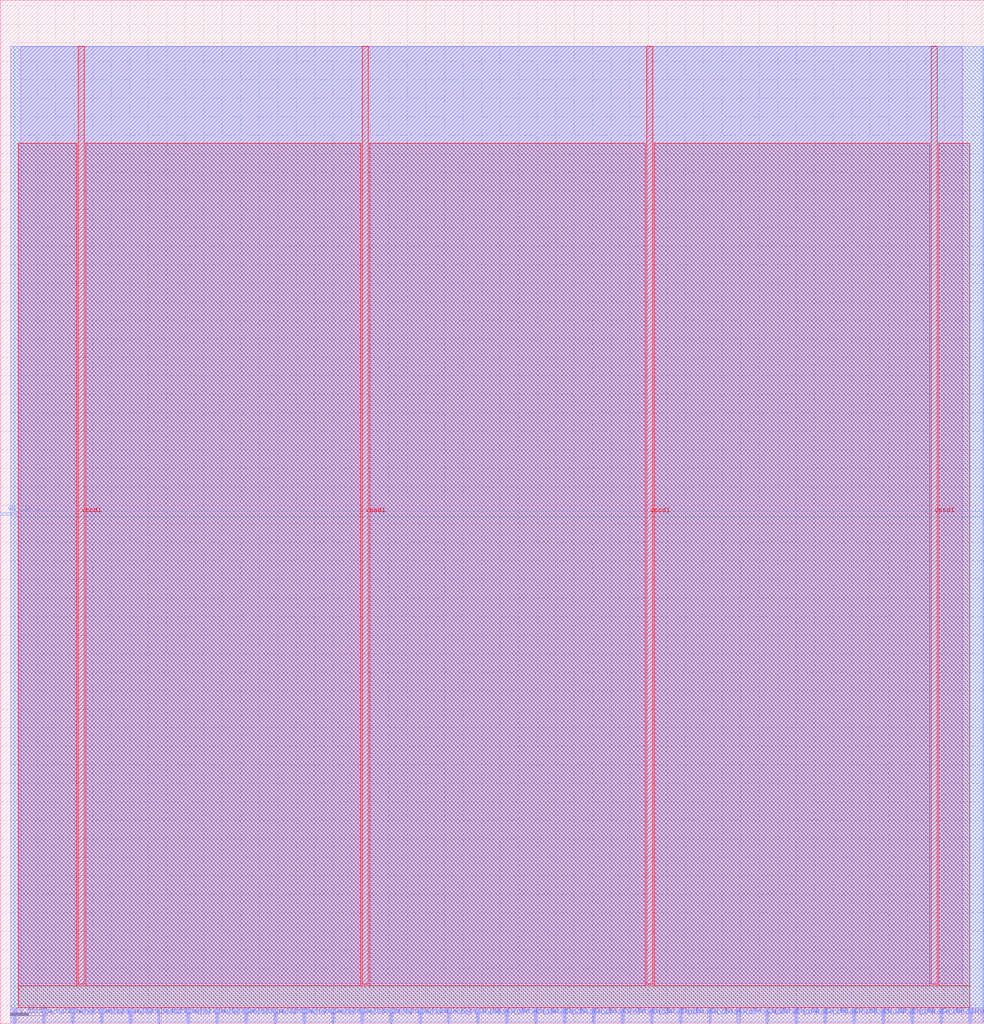
<source format=lef>
VERSION 5.7 ;
  NOWIREEXTENSIONATPIN ON ;
  DIVIDERCHAR "/" ;
  BUSBITCHARS "[]" ;
MACRO egd_top_wrapper
  CLASS BLOCK ;
  FOREIGN egd_top_wrapper ;
  ORIGIN 0.000 0.000 ;
  SIZE 265.795 BY 276.515 ;
  PIN la_data_in_58_43[0]
    DIRECTION INPUT ;
    USE SIGNAL ;
    PORT
      LAYER met2 ;
        RECT 121.070 0.000 121.350 4.000 ;
    END
  END la_data_in_58_43[0]
  PIN la_data_in_58_43[10]
    DIRECTION INPUT ;
    USE SIGNAL ;
    PORT
      LAYER met2 ;
        RECT 199.270 0.000 199.550 4.000 ;
    END
  END la_data_in_58_43[10]
  PIN la_data_in_58_43[11]
    DIRECTION INPUT ;
    USE SIGNAL ;
    PORT
      LAYER met2 ;
        RECT 207.090 0.000 207.370 4.000 ;
    END
  END la_data_in_58_43[11]
  PIN la_data_in_58_43[12]
    DIRECTION INPUT ;
    USE SIGNAL ;
    PORT
      LAYER met2 ;
        RECT 214.910 0.000 215.190 4.000 ;
    END
  END la_data_in_58_43[12]
  PIN la_data_in_58_43[13]
    DIRECTION INPUT ;
    USE SIGNAL ;
    PORT
      LAYER met2 ;
        RECT 222.730 0.000 223.010 4.000 ;
    END
  END la_data_in_58_43[13]
  PIN la_data_in_58_43[14]
    DIRECTION INPUT ;
    USE SIGNAL ;
    PORT
      LAYER met2 ;
        RECT 230.550 0.000 230.830 4.000 ;
    END
  END la_data_in_58_43[14]
  PIN la_data_in_58_43[15]
    DIRECTION INPUT ;
    USE SIGNAL ;
    PORT
      LAYER met2 ;
        RECT 238.370 0.000 238.650 4.000 ;
    END
  END la_data_in_58_43[15]
  PIN la_data_in_58_43[1]
    DIRECTION INPUT ;
    USE SIGNAL ;
    PORT
      LAYER met2 ;
        RECT 128.890 0.000 129.170 4.000 ;
    END
  END la_data_in_58_43[1]
  PIN la_data_in_58_43[2]
    DIRECTION INPUT ;
    USE SIGNAL ;
    PORT
      LAYER met2 ;
        RECT 136.710 0.000 136.990 4.000 ;
    END
  END la_data_in_58_43[2]
  PIN la_data_in_58_43[3]
    DIRECTION INPUT ;
    USE SIGNAL ;
    PORT
      LAYER met2 ;
        RECT 144.530 0.000 144.810 4.000 ;
    END
  END la_data_in_58_43[3]
  PIN la_data_in_58_43[4]
    DIRECTION INPUT ;
    USE SIGNAL ;
    PORT
      LAYER met2 ;
        RECT 152.350 0.000 152.630 4.000 ;
    END
  END la_data_in_58_43[4]
  PIN la_data_in_58_43[5]
    DIRECTION INPUT ;
    USE SIGNAL ;
    PORT
      LAYER met2 ;
        RECT 160.170 0.000 160.450 4.000 ;
    END
  END la_data_in_58_43[5]
  PIN la_data_in_58_43[6]
    DIRECTION INPUT ;
    USE SIGNAL ;
    PORT
      LAYER met2 ;
        RECT 167.990 0.000 168.270 4.000 ;
    END
  END la_data_in_58_43[6]
  PIN la_data_in_58_43[7]
    DIRECTION INPUT ;
    USE SIGNAL ;
    PORT
      LAYER met2 ;
        RECT 175.810 0.000 176.090 4.000 ;
    END
  END la_data_in_58_43[7]
  PIN la_data_in_58_43[8]
    DIRECTION INPUT ;
    USE SIGNAL ;
    PORT
      LAYER met2 ;
        RECT 183.630 0.000 183.910 4.000 ;
    END
  END la_data_in_58_43[8]
  PIN la_data_in_58_43[9]
    DIRECTION INPUT ;
    USE SIGNAL ;
    PORT
      LAYER met2 ;
        RECT 191.450 0.000 191.730 4.000 ;
    END
  END la_data_in_58_43[9]
  PIN la_data_in_60_59[0]
    DIRECTION INPUT ;
    USE SIGNAL ;
    PORT
      LAYER met2 ;
        RECT 246.190 0.000 246.470 4.000 ;
    END
  END la_data_in_60_59[0]
  PIN la_data_in_60_59[1]
    DIRECTION INPUT ;
    USE SIGNAL ;
    PORT
      LAYER met2 ;
        RECT 254.010 0.000 254.290 4.000 ;
    END
  END la_data_in_60_59[1]
  PIN la_data_in_65
    DIRECTION INPUT ;
    USE SIGNAL ;
    PORT
      LAYER met2 ;
        RECT 261.830 0.000 262.110 4.000 ;
    END
  END la_data_in_65
  PIN la_data_out_23_16[0]
    DIRECTION OUTPUT TRISTATE ;
    USE SIGNAL ;
    PORT
      LAYER met2 ;
        RECT 3.770 0.000 4.050 4.000 ;
    END
  END la_data_out_23_16[0]
  PIN la_data_out_23_16[1]
    DIRECTION OUTPUT TRISTATE ;
    USE SIGNAL ;
    PORT
      LAYER met2 ;
        RECT 11.590 0.000 11.870 4.000 ;
    END
  END la_data_out_23_16[1]
  PIN la_data_out_23_16[2]
    DIRECTION OUTPUT TRISTATE ;
    USE SIGNAL ;
    PORT
      LAYER met2 ;
        RECT 19.410 0.000 19.690 4.000 ;
    END
  END la_data_out_23_16[2]
  PIN la_data_out_23_16[3]
    DIRECTION OUTPUT TRISTATE ;
    USE SIGNAL ;
    PORT
      LAYER met2 ;
        RECT 27.230 0.000 27.510 4.000 ;
    END
  END la_data_out_23_16[3]
  PIN la_data_out_23_16[4]
    DIRECTION OUTPUT TRISTATE ;
    USE SIGNAL ;
    PORT
      LAYER met2 ;
        RECT 35.050 0.000 35.330 4.000 ;
    END
  END la_data_out_23_16[4]
  PIN la_data_out_23_16[5]
    DIRECTION OUTPUT TRISTATE ;
    USE SIGNAL ;
    PORT
      LAYER met2 ;
        RECT 42.870 0.000 43.150 4.000 ;
    END
  END la_data_out_23_16[5]
  PIN la_data_out_23_16[6]
    DIRECTION OUTPUT TRISTATE ;
    USE SIGNAL ;
    PORT
      LAYER met2 ;
        RECT 50.690 0.000 50.970 4.000 ;
    END
  END la_data_out_23_16[6]
  PIN la_data_out_23_16[7]
    DIRECTION OUTPUT TRISTATE ;
    USE SIGNAL ;
    PORT
      LAYER met2 ;
        RECT 58.510 0.000 58.790 4.000 ;
    END
  END la_data_out_23_16[7]
  PIN la_data_out_26_24[0]
    DIRECTION OUTPUT TRISTATE ;
    USE SIGNAL ;
    PORT
      LAYER met2 ;
        RECT 66.330 0.000 66.610 4.000 ;
    END
  END la_data_out_26_24[0]
  PIN la_data_out_26_24[1]
    DIRECTION OUTPUT TRISTATE ;
    USE SIGNAL ;
    PORT
      LAYER met2 ;
        RECT 74.150 0.000 74.430 4.000 ;
    END
  END la_data_out_26_24[1]
  PIN la_data_out_26_24[2]
    DIRECTION OUTPUT TRISTATE ;
    USE SIGNAL ;
    PORT
      LAYER met2 ;
        RECT 81.970 0.000 82.250 4.000 ;
    END
  END la_data_out_26_24[2]
  PIN la_data_out_30_27[0]
    DIRECTION OUTPUT TRISTATE ;
    USE SIGNAL ;
    PORT
      LAYER met2 ;
        RECT 89.790 0.000 90.070 4.000 ;
    END
  END la_data_out_30_27[0]
  PIN la_data_out_30_27[1]
    DIRECTION OUTPUT TRISTATE ;
    USE SIGNAL ;
    PORT
      LAYER met2 ;
        RECT 97.610 0.000 97.890 4.000 ;
    END
  END la_data_out_30_27[1]
  PIN la_data_out_30_27[2]
    DIRECTION OUTPUT TRISTATE ;
    USE SIGNAL ;
    PORT
      LAYER met2 ;
        RECT 105.430 0.000 105.710 4.000 ;
    END
  END la_data_out_30_27[2]
  PIN la_data_out_30_27[3]
    DIRECTION OUTPUT TRISTATE ;
    USE SIGNAL ;
    PORT
      LAYER met2 ;
        RECT 113.250 0.000 113.530 4.000 ;
    END
  END la_data_out_30_27[3]
  PIN vccd1
    DIRECTION INOUT ;
    USE POWER ;
    PORT
      LAYER met4 ;
        RECT 21.040 10.640 22.640 264.080 ;
    END
    PORT
      LAYER met4 ;
        RECT 174.640 10.640 176.240 264.080 ;
    END
  END vccd1
  PIN vssd1
    DIRECTION INOUT ;
    USE GROUND ;
    PORT
      LAYER met4 ;
        RECT 97.840 10.640 99.440 264.080 ;
    END
    PORT
      LAYER met4 ;
        RECT 251.440 10.640 253.040 264.080 ;
    END
  END vssd1
  PIN wb_clk_i
    DIRECTION INPUT ;
    USE SIGNAL ;
    PORT
      LAYER met3 ;
        RECT 0.000 137.400 4.000 138.000 ;
    END
  END wb_clk_i
  OBS
      LAYER li1 ;
        RECT 5.520 10.795 259.900 263.925 ;
      LAYER met1 ;
        RECT 2.830 0.380 265.350 264.080 ;
      LAYER met2 ;
        RECT 2.860 4.280 265.720 264.025 ;
        RECT 2.860 0.350 3.490 4.280 ;
        RECT 4.330 0.350 11.310 4.280 ;
        RECT 12.150 0.350 19.130 4.280 ;
        RECT 19.970 0.350 26.950 4.280 ;
        RECT 27.790 0.350 34.770 4.280 ;
        RECT 35.610 0.350 42.590 4.280 ;
        RECT 43.430 0.350 50.410 4.280 ;
        RECT 51.250 0.350 58.230 4.280 ;
        RECT 59.070 0.350 66.050 4.280 ;
        RECT 66.890 0.350 73.870 4.280 ;
        RECT 74.710 0.350 81.690 4.280 ;
        RECT 82.530 0.350 89.510 4.280 ;
        RECT 90.350 0.350 97.330 4.280 ;
        RECT 98.170 0.350 105.150 4.280 ;
        RECT 105.990 0.350 112.970 4.280 ;
        RECT 113.810 0.350 120.790 4.280 ;
        RECT 121.630 0.350 128.610 4.280 ;
        RECT 129.450 0.350 136.430 4.280 ;
        RECT 137.270 0.350 144.250 4.280 ;
        RECT 145.090 0.350 152.070 4.280 ;
        RECT 152.910 0.350 159.890 4.280 ;
        RECT 160.730 0.350 167.710 4.280 ;
        RECT 168.550 0.350 175.530 4.280 ;
        RECT 176.370 0.350 183.350 4.280 ;
        RECT 184.190 0.350 191.170 4.280 ;
        RECT 192.010 0.350 198.990 4.280 ;
        RECT 199.830 0.350 206.810 4.280 ;
        RECT 207.650 0.350 214.630 4.280 ;
        RECT 215.470 0.350 222.450 4.280 ;
        RECT 223.290 0.350 230.270 4.280 ;
        RECT 231.110 0.350 238.090 4.280 ;
        RECT 238.930 0.350 245.910 4.280 ;
        RECT 246.750 0.350 253.730 4.280 ;
        RECT 254.570 0.350 261.550 4.280 ;
        RECT 262.390 0.350 265.720 4.280 ;
      LAYER met3 ;
        RECT 3.745 138.400 265.355 264.005 ;
        RECT 4.400 137.000 265.355 138.400 ;
        RECT 3.745 4.255 265.355 137.000 ;
      LAYER met4 ;
        RECT 4.895 10.240 20.640 237.825 ;
        RECT 23.040 10.240 97.440 237.825 ;
        RECT 99.840 10.240 174.240 237.825 ;
        RECT 176.640 10.240 251.040 237.825 ;
        RECT 253.440 10.240 261.905 237.825 ;
        RECT 4.895 4.255 261.905 10.240 ;
  END
END egd_top_wrapper
END LIBRARY


</source>
